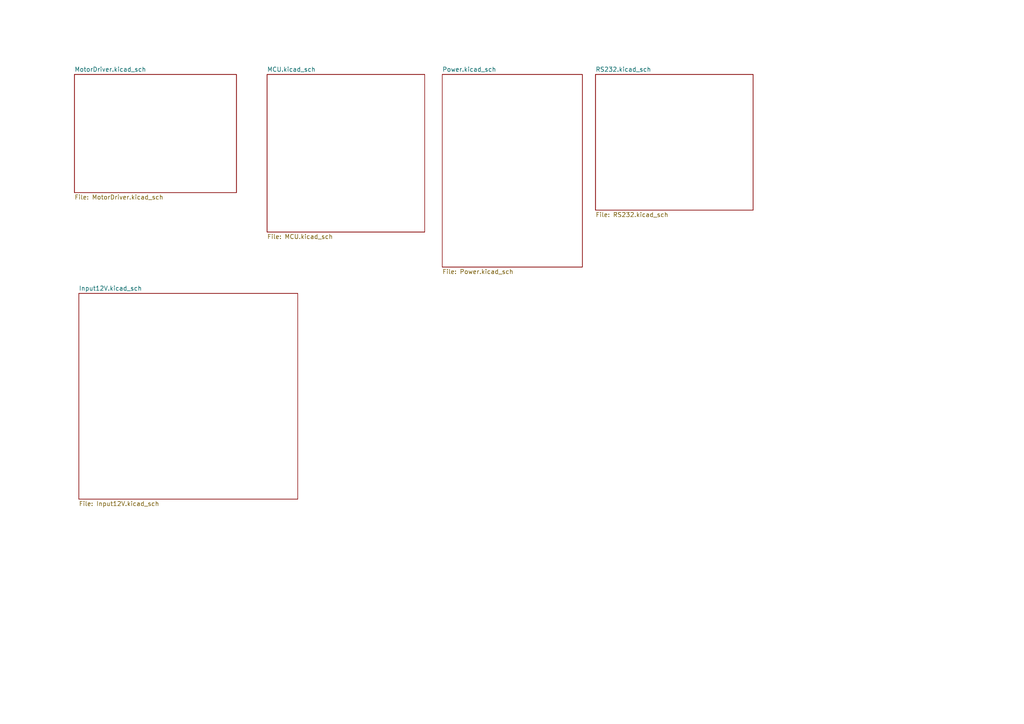
<source format=kicad_sch>
(kicad_sch
	(version 20250114)
	(generator "eeschema")
	(generator_version "9.0")
	(uuid "cc132b59-4449-4a30-b74d-45d52e1a2ab7")
	(paper "A4")
	(lib_symbols)
	(sheet
		(at 22.86 85.09)
		(size 63.5 59.69)
		(exclude_from_sim no)
		(in_bom yes)
		(on_board yes)
		(dnp no)
		(fields_autoplaced yes)
		(stroke
			(width 0.1524)
			(type solid)
		)
		(fill
			(color 0 0 0 0.0000)
		)
		(uuid "3b63b109-fdc7-424f-97d5-05e7c5602fe6")
		(property "Sheetname" "Input12V.kicad_sch"
			(at 22.86 84.3784 0)
			(effects
				(font
					(size 1.27 1.27)
				)
				(justify left bottom)
			)
		)
		(property "Sheetfile" "Input12V.kicad_sch"
			(at 22.86 145.3646 0)
			(effects
				(font
					(size 1.27 1.27)
				)
				(justify left top)
			)
		)
		(instances
			(project "Projeto SIllion"
				(path "/cc132b59-4449-4a30-b74d-45d52e1a2ab7"
					(page "5")
				)
			)
		)
	)
	(sheet
		(at 77.47 21.59)
		(size 45.72 45.72)
		(exclude_from_sim no)
		(in_bom yes)
		(on_board yes)
		(dnp no)
		(fields_autoplaced yes)
		(stroke
			(width 0.1524)
			(type solid)
		)
		(fill
			(color 0 0 0 0.0000)
		)
		(uuid "821a94cf-f246-4d4b-a7d5-1a856f98f272")
		(property "Sheetname" "MCU.kicad_sch"
			(at 77.47 20.8784 0)
			(effects
				(font
					(size 1.27 1.27)
				)
				(justify left bottom)
			)
		)
		(property "Sheetfile" "MCU.kicad_sch"
			(at 77.47 67.8946 0)
			(effects
				(font
					(size 1.27 1.27)
				)
				(justify left top)
			)
		)
		(instances
			(project "Projeto SIllion"
				(path "/cc132b59-4449-4a30-b74d-45d52e1a2ab7"
					(page "2")
				)
			)
		)
	)
	(sheet
		(at 172.72 21.59)
		(size 45.72 39.37)
		(exclude_from_sim no)
		(in_bom yes)
		(on_board yes)
		(dnp no)
		(fields_autoplaced yes)
		(stroke
			(width 0.1524)
			(type solid)
		)
		(fill
			(color 0 0 0 0.0000)
		)
		(uuid "a65930d4-38b7-4088-84ba-25e1f9bc60aa")
		(property "Sheetname" "RS232.kicad_sch"
			(at 172.72 20.8784 0)
			(effects
				(font
					(size 1.27 1.27)
				)
				(justify left bottom)
			)
		)
		(property "Sheetfile" "RS232.kicad_sch"
			(at 172.72 61.5446 0)
			(effects
				(font
					(size 1.27 1.27)
				)
				(justify left top)
			)
		)
		(instances
			(project "Projeto SIllion"
				(path "/cc132b59-4449-4a30-b74d-45d52e1a2ab7"
					(page "7")
				)
			)
		)
	)
	(sheet
		(at 128.27 21.59)
		(size 40.64 55.88)
		(exclude_from_sim no)
		(in_bom yes)
		(on_board yes)
		(dnp no)
		(fields_autoplaced yes)
		(stroke
			(width 0.1524)
			(type solid)
		)
		(fill
			(color 0 0 0 0.0000)
		)
		(uuid "e7ec2273-b74b-4b9d-8473-00167c24c141")
		(property "Sheetname" "Power.kicad_sch"
			(at 128.27 20.8784 0)
			(effects
				(font
					(size 1.27 1.27)
				)
				(justify left bottom)
			)
		)
		(property "Sheetfile" "Power.kicad_sch"
			(at 128.27 78.0546 0)
			(effects
				(font
					(size 1.27 1.27)
				)
				(justify left top)
			)
		)
		(instances
			(project "Projeto SIllion"
				(path "/cc132b59-4449-4a30-b74d-45d52e1a2ab7"
					(page "3")
				)
			)
		)
	)
	(sheet
		(at 21.59 21.59)
		(size 46.99 34.29)
		(exclude_from_sim no)
		(in_bom yes)
		(on_board yes)
		(dnp no)
		(fields_autoplaced yes)
		(stroke
			(width 0.1524)
			(type solid)
		)
		(fill
			(color 0 0 0 0.0000)
		)
		(uuid "f43646c3-5a0e-4d47-952f-773e27e1c7d1")
		(property "Sheetname" "MotorDriver.kicad_sch"
			(at 21.59 20.8784 0)
			(effects
				(font
					(size 1.27 1.27)
				)
				(justify left bottom)
			)
		)
		(property "Sheetfile" "MotorDriver.kicad_sch"
			(at 21.59 56.4646 0)
			(effects
				(font
					(size 1.27 1.27)
				)
				(justify left top)
			)
		)
		(instances
			(project "Projeto SIllion"
				(path "/cc132b59-4449-4a30-b74d-45d52e1a2ab7"
					(page "6")
				)
			)
		)
	)
	(sheet_instances
		(path "/"
			(page "1")
		)
	)
	(embedded_fonts no)
)

</source>
